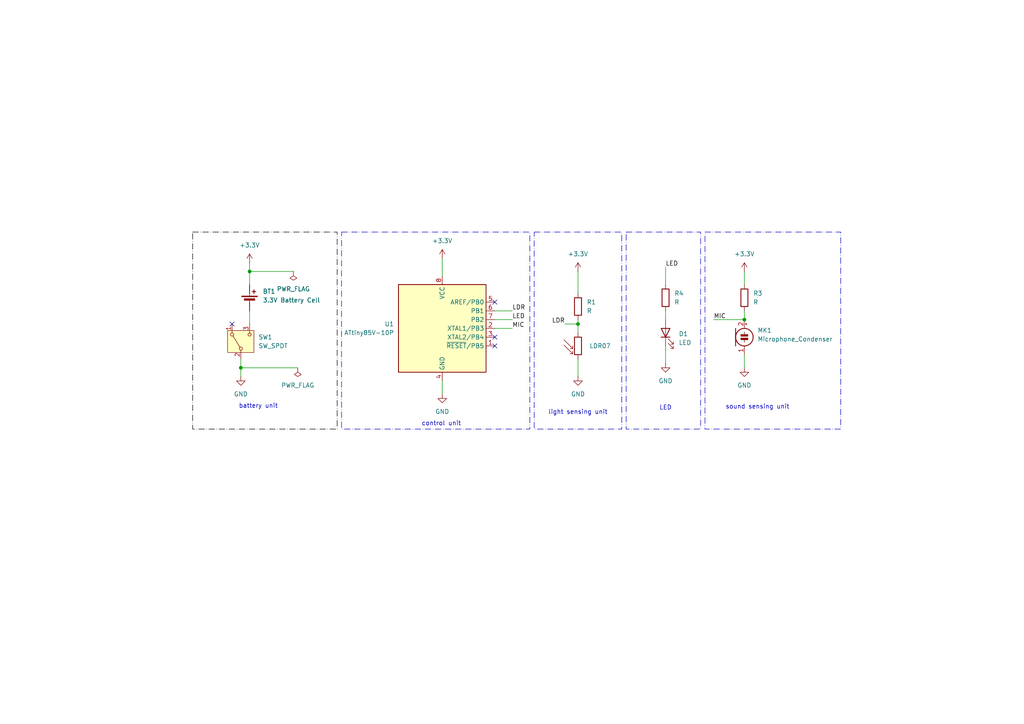
<source format=kicad_sch>
(kicad_sch (version 20231120) (generator "eeschema") (generator_version "8.0")
  (paper "A4")
  (lib_symbols
    (symbol "Device:Battery_Cell" (pin_numbers hide) (pin_names (offset 0) hide)
      (property "Reference" "BT" (at 2.54 2.54 0))
      (property "Value" "Battery_Cell" (at 2.54 0 0))
      (symbol "Battery_Cell_0_1"
        (rectangle (start -2.286 1.778) (end 2.286 1.524) (fill (type outline)))
        (rectangle (start -1.524 1.016) (end 1.524 0.508) (fill (type outline)))
        (polyline (pts (xy 0 0.762) (xy 0 0)))
        (polyline (pts (xy 0 1.778) (xy 0 2.54)))
        (polyline (pts (xy 0.762 3.048) (xy 1.778 3.048)) (stroke (width 0.254)))
        (polyline (pts (xy 1.27 3.556) (xy 1.27 2.54)) (stroke (width 0.254)))
      )
      (symbol "Battery_Cell_1_1"
        (pin passive line (at 0 5.08 270) (length 2.54) (name "+") (number "1"))
        (pin passive line (at 0 -2.54 90) (length 2.54) (name "-") (number "2"))
      )
    )
    (symbol "Device:LED" (pin_numbers hide) (pin_names (offset 1.016) hide)
      (property "Reference" "D" (at 0 2.54 0))
      (property "Value" "LED" (at 0 -2.54 0))
      (symbol "LED_0_1"
        (polyline (pts (xy -1.27 -1.27) (xy -1.27 1.27)) (stroke (width 0.254)))
        (polyline (pts (xy -1.27 0) (xy 1.27 0)))
        (polyline (pts (xy 1.27 -1.27) (xy 1.27 1.27) (xy -1.27 0) (xy 1.27 -1.27)) (stroke (width 0.254)))
        (polyline (pts (xy -3.048 -0.762) (xy -4.572 -2.286) (xy -3.81 -2.286) (xy -4.572 -2.286) (xy -4.572 -1.524)))
        (polyline (pts (xy -1.778 -0.762) (xy -3.302 -2.286) (xy -2.54 -2.286) (xy -3.302 -2.286) (xy -3.302 -1.524)))
      )
      (symbol "LED_1_1"
        (pin passive line (at -3.81 0 0) (length 2.54) (name "K") (number "1"))
        (pin passive line (at 3.81 0 180) (length 2.54) (name "A") (number "2"))
      )
    )
    (symbol "Device:Microphone_Condenser" (pin_names (offset 0.0254) hide)
      (property "Reference" "MK" (at -3.302 1.27 0))
      (property "Value" "Microphone_Condenser" (at -3.302 -0.635 0))
      (symbol "Microphone_Condenser_0_1"
        (polyline (pts (xy -2.54 2.54) (xy -2.54 -2.54)) (stroke (width 0.254)))
        (polyline (pts (xy 0 -0.762) (xy 0 -1.524)))
        (polyline (pts (xy 0 0.762) (xy 0 1.524)))
        (polyline (pts (xy 0.254 3.81) (xy 0.762 3.81)))
        (polyline (pts (xy 0.508 4.064) (xy 0.508 3.556)))
        (circle (center 0 0) (radius 2.54) (stroke (width 0.254)))
        (rectangle (start 1.016 -0.254) (end -1.016 -0.762) (fill (type outline)))
        (rectangle (start 1.016 0.762) (end -1.016 0.254) (fill (type outline)))
      )
      (symbol "Microphone_Condenser_1_1"
        (pin passive line (at 0 -5.08 90) (length 2.54) (name "-") (number "1"))
        (pin passive line (at 0 5.08 270) (length 2.54) (name "+") (number "2"))
      )
    )
    (symbol "Device:R" (pin_numbers hide) (pin_names (offset 0))
      (property "Reference" "R" (at 2.032 0 90))
      (property "Value" "R" (at 0 0 90))
      (symbol "R_0_1"
        (rectangle (start -1.016 -2.54) (end 1.016 2.54) (stroke (width 0.254)))
      )
      (symbol "R_1_1"
        (pin passive line (at 0 3.81 270) (length 1.27) (name "~") (number "1"))
        (pin passive line (at 0 -3.81 90) (length 1.27) (name "~") (number "2"))
      )
    )
    (symbol "MCU_Microchip_ATtiny:ATtiny85V-10P"
      (property "Reference" "U" (at -12.7 13.97 0))
      (property "Value" "ATtiny85V-10P" (at 2.54 -13.97 0))
      (symbol "ATtiny85V-10P_0_1"
        (rectangle (start -12.7 -12.7) (end 12.7 12.7) (stroke (width 0.254)) (fill (type background)))
      )
      (symbol "ATtiny85V-10P_1_1"
        (pin bidirectional line (at 15.24 -5.08 180) (length 2.54) (name "~{RESET}/PB5") (number "1"))
        (pin bidirectional line (at 15.24 0 180) (length 2.54) (name "XTAL1/PB3") (number "2"))
        (pin bidirectional line (at 15.24 -2.54 180) (length 2.54) (name "XTAL2/PB4") (number "3"))
        (pin power_in line (at 0 -15.24 90) (length 2.54) (name "GND") (number "4"))
        (pin bidirectional line (at 15.24 7.62 180) (length 2.54) (name "AREF/PB0") (number "5"))
        (pin bidirectional line (at 15.24 5.08 180) (length 2.54) (name "PB1") (number "6"))
        (pin bidirectional line (at 15.24 2.54 180) (length 2.54) (name "PB2") (number "7"))
        (pin power_in line (at 0 15.24 270) (length 2.54) (name "VCC") (number "8"))
      )
    )
    (symbol "Sensor_Optical:LDR07" (pin_numbers hide) (pin_names (offset 0))
      (property "Reference" "R" (at -5.08 0 90))
      (property "Value" "LDR07" (at 1.905 0 90))
      (symbol "LDR07_0_1"
        (rectangle (start -1.016 2.54) (end 1.016 -2.54) (stroke (width 0.254)))
        (polyline (pts (xy -1.524 -2.286) (xy -4.064 0.254)))
        (polyline (pts (xy -1.524 -2.286) (xy -2.286 -2.286)))
        (polyline (pts (xy -1.524 -2.286) (xy -1.524 -1.524)))
        (polyline (pts (xy -1.524 -0.762) (xy -4.064 1.778)))
        (polyline (pts (xy -1.524 -0.762) (xy -2.286 -0.762)))
        (polyline (pts (xy -1.524 -0.762) (xy -1.524 0)))
      )
      (symbol "LDR07_1_1"
        (pin passive line (at 0 3.81 270) (length 1.27) (name "~") (number "1"))
        (pin passive line (at 0 -3.81 90) (length 1.27) (name "~") (number "2"))
      )
    )
    (symbol "Switch:SW_SPDT" (pin_names (offset 0) hide)
      (property "Reference" "SW" (at 0 5.08 0))
      (property "Value" "SW_SPDT" (at 0 -5.08 0))
      (symbol "SW_SPDT_0_1"
        (circle (center -2.032 0) (radius 0.4572))
        (polyline (pts (xy -1.651 0.254) (xy 1.651 2.286)))
        (circle (center 2.032 -2.54) (radius 0.4572))
        (circle (center 2.032 2.54) (radius 0.4572))
      )
      (symbol "SW_SPDT_1_1"
        (rectangle (start -3.175 3.81) (end 3.175 -3.81) (fill (type background)))
        (pin passive line (at 5.08 2.54 180) (length 2.54) (name "A") (number "1"))
        (pin passive line (at -5.08 0 0) (length 2.54) (name "B") (number "2"))
        (pin passive line (at 5.08 -2.54 180) (length 2.54) (name "C") (number "3"))
      )
    )
    (symbol "power:+3.3V" (power) (pin_numbers hide) (pin_names (offset 0) hide)
      (property "Value" "+3.3V" (at 0 3.556 0))
      (symbol "+3.3V_0_1"
        (polyline (pts (xy -0.762 1.27) (xy 0 2.54)))
        (polyline (pts (xy 0 0) (xy 0 2.54)))
        (polyline (pts (xy 0 2.54) (xy 0.762 1.27)))
      )
      (symbol "+3.3V_1_1"
        (pin power_in line (at 0 0 90) (length 0) (name "~") (number "1"))
      )
    )
    (symbol "power:GND" (power) (pin_numbers hide) (pin_names (offset 0) hide)
      (property "Value" "GND" (at 0 -3.81 0))
      (symbol "GND_0_1"
        (polyline (pts (xy 0 0) (xy 0 -1.27) (xy 1.27 -1.27) (xy 0 -2.54) (xy -1.27 -1.27) (xy 0 -1.27)))
      )
      (symbol "GND_1_1"
        (pin power_in line (at 0 0 270) (length 0) (name "~") (number "1"))
      )
    )
    (symbol "power:PWR_FLAG" (power) (pin_numbers hide) (pin_names (offset 0) hide)
      (property "Value" "PWR_FLAG" (at 0 3.81 0))
      (symbol "PWR_FLAG_0_0"
        (pin power_out line (at 0 0 90) (length 0) (name "~") (number "1"))
      )
      (symbol "PWR_FLAG_0_1"
        (polyline (pts (xy 0 0) (xy 0 1.27) (xy -1.016 1.905) (xy 0 2.54) (xy 1.016 1.905) (xy 0 1.27)))
      )
    )
  )
  (junction (at 167.64 93.98))
  (junction (at 72.39 78.74))
  (junction (at 215.9 92.71))
  (junction (at 69.85 106.68))
  (no_connect (at 67.31 93.98))
  (no_connect (at 143.51 87.63))
  (no_connect (at 143.51 100.33))
  (no_connect (at 143.51 97.79))
  (wire (pts (xy 69.85 106.68) (xy 86.36 106.68)))
  (wire (pts (xy 163.83 93.98) (xy 167.64 93.98)))
  (wire (pts (xy 143.51 95.25) (xy 148.59 95.25)))
  (wire (pts (xy 143.51 92.71) (xy 148.59 92.71)))
  (wire (pts (xy 207.01 92.71) (xy 215.9 92.71)))
  (wire (pts (xy 215.9 90.17) (xy 215.9 92.71)))
  (wire (pts (xy 193.04 77.47) (xy 193.04 82.55)))
  (wire (pts (xy 167.64 78.74) (xy 167.64 85.09)))
  (wire (pts (xy 193.04 100.33) (xy 193.04 105.41)))
  (wire (pts (xy 69.85 104.14) (xy 69.85 106.68)))
  (wire (pts (xy 215.9 102.87) (xy 215.9 106.68)))
  (wire (pts (xy 72.39 78.74) (xy 85.09 78.74)))
  (wire (pts (xy 69.85 106.68) (xy 69.85 109.22)))
  (wire (pts (xy 148.59 90.17) (xy 143.51 90.17)))
  (wire (pts (xy 72.39 78.74) (xy 72.39 82.55)))
  (wire (pts (xy 128.27 110.49) (xy 128.27 114.3)))
  (wire (pts (xy 128.27 74.93) (xy 128.27 80.01)))
  (wire (pts (xy 72.39 76.2) (xy 72.39 78.74)))
  (wire (pts (xy 72.39 90.17) (xy 72.39 93.98)))
  (wire (pts (xy 215.9 78.74) (xy 215.9 82.55)))
  (wire (pts (xy 167.64 93.98) (xy 167.64 96.52)))
  (wire (pts (xy 193.04 90.17) (xy 193.04 92.71)))
  (wire (pts (xy 167.64 92.71) (xy 167.64 93.98)))
  (wire (pts (xy 167.64 104.14) (xy 167.64 109.22)))
  (rectangle (start 99.06 67.31) (end 153.67 124.46) (stroke (width 0) (type dash_dot)))
  (rectangle (start 154.94 67.31) (end 180.34 124.46) (stroke (width 0) (type dash_dot)))
  (rectangle (start 204.47 67.31) (end 243.84 124.46) (stroke (width 0) (type dash_dot)))
  (rectangle (start 181.61 67.31) (end 203.2 124.46) (stroke (width 0) (type dash_dot)))
  (rectangle (start 55.88 67.31) (end 97.79 124.46) (stroke (width 0) (type dash_dot) (color 2 0 0 1)))
  (text "sound sensing unit\n\n\n\n" (at 219.71 121.158 0) (effects (font (size 1.27 1.27))))
  (text "battery unit\n" (at 74.93 117.856 0) (effects (font (size 1.27 1.27))))
  (text "control unit\n" (at 128.016 122.936 0) (effects (font (size 1.27 1.27))))
  (text "light sensing unit\n" (at 167.64 119.634 0) (effects (font (size 1.27 1.27))))
  (text "\nLED\n" (at 193.04 117.348 0) (effects (font (size 1.27 1.27))))
  (label "LED" (at 193.04 77.47 0))
  (label "LDR" (at 148.59 90.17 0))
  (label "MIC" (at 148.59 95.25 0))
  (label "MIC" (at 207.01 92.71 0))
  (label "LDR" (at 163.83 93.98 180))
  (label "LED" (at 148.59 92.71 0))
  (symbol (lib_id "Switch:SW_SPDT") (at 69.85 99.06 90) (unit 1)
    (property "Reference" "SW1" (at 74.93 97.7899 90) (effects (justify right)))
    (property "Value" "SW_SPDT" (at 74.93 100.3299 90) (effects (justify right)))
    (property "Description" "Switch, single pole double throw" (effects (hide yes)))
  )
  (symbol (lib_id "power:GND") (at 215.9 106.68 0) (unit 1)
    (property "Reference" "#PWR08" (effects (hide yes)))
    (property "Value" "GND" (at 215.9 111.76 0))
    (property "Description" "Power symbol creates a global label with name \"GND\" , ground" (effects (hide yes)))
  )
  (symbol (lib_id "power:+3.3V") (at 167.64 78.74 0) (unit 1)
    (property "Reference" "#PWR05" (effects (hide yes)))
    (property "Value" "+3.3V" (at 167.64 73.66 0))
    (property "Description" "Power symbol creates a global label with name \"+3.3V\"" (effects (hide yes)))
  )
  (symbol (lib_id "power:GND") (at 167.64 109.22 0) (unit 1)
    (property "Reference" "#PWR06" (effects (hide yes)))
    (property "Value" "GND" (at 167.64 114.3 0))
    (property "Description" "Power symbol creates a global label with name \"GND\" , ground" (effects (hide yes)))
  )
  (symbol (lib_id "power:GND") (at 128.27 114.3 0) (unit 1)
    (property "Reference" "#PWR04" (effects (hide yes)))
    (property "Value" "GND" (at 128.27 119.38 0))
    (property "Description" "Power symbol creates a global label with name \"GND\" , ground" (effects (hide yes)))
  )
  (symbol (lib_id "power:+3.3V") (at 128.27 74.93 0) (unit 1)
    (property "Reference" "#PWR03" (effects (hide yes)))
    (property "Value" "+3.3V" (at 128.27 69.85 0))
    (property "Description" "Power symbol creates a global label with name \"+3.3V\"" (effects (hide yes)))
  )
  (symbol (lib_id "power:PWR_FLAG") (at 85.09 78.74 180) (unit 1)
    (property "Reference" "#FLG01" (effects (hide yes)))
    (property "Value" "PWR_FLAG" (at 85.09 83.82 0))
    (property "Description" "Special symbol for telling ERC where power comes from" (effects (hide yes)))
  )
  (symbol (lib_id "power:GND") (at 69.85 109.22 0) (unit 1)
    (property "Reference" "#PWR01" (effects (hide yes)))
    (property "Value" "GND" (at 69.85 114.3 0))
    (property "Description" "Power symbol creates a global label with name \"GND\" , ground" (effects (hide yes)))
  )
  (symbol (lib_id "Device:R") (at 215.9 86.36 0) (unit 1)
    (property "Reference" "R3" (at 218.44 85.0899 0) (effects (justify left)))
    (property "Value" "R" (at 218.44 87.6299 0) (effects (justify left)))
    (property "Description" "Resistor" (effects (hide yes)))
  )
  (symbol (lib_id "power:+3.3V") (at 215.9 78.74 0) (unit 1)
    (property "Reference" "#PWR07" (effects (hide yes)))
    (property "Value" "+3.3V" (at 215.9 73.66 0))
    (property "Description" "Power symbol creates a global label with name \"+3.3V\"" (effects (hide yes)))
  )
  (symbol (lib_id "Device:R") (at 167.64 88.9 0) (unit 1)
    (property "Reference" "R1" (at 170.18 87.6299 0) (effects (justify left)))
    (property "Value" "R" (at 170.18 90.1699 0) (effects (justify left)))
    (property "Description" "Resistor" (effects (hide yes)))
  )
  (symbol (lib_id "power:+3.3V") (at 72.39 76.2 0) (unit 1)
    (property "Reference" "#PWR02" (effects (hide yes)))
    (property "Value" "+3.3V" (at 72.39 71.12 0))
    (property "Description" "Power symbol creates a global label with name \"+3.3V\"" (effects (hide yes)))
  )
  (symbol (lib_id "power:PWR_FLAG") (at 86.36 106.68 180) (unit 1)
    (property "Reference" "#FLG02" (effects (hide yes)))
    (property "Value" "PWR_FLAG" (at 86.36 111.76 0))
    (property "Description" "Special symbol for telling ERC where power comes from" (effects (hide yes)))
  )
  (symbol (lib_id "Device:LED") (at 193.04 96.52 90) (unit 1)
    (property "Reference" "D1" (at 196.85 96.8374 90) (effects (justify right)))
    (property "Value" "LED" (at 196.85 99.3774 90) (effects (justify right)))
    (property "Description" "Light emitting diode" (effects (hide yes)))
  )
  (symbol (lib_id "power:GND") (at 193.04 105.41 0) (unit 1)
    (property "Reference" "#PWR09" (effects (hide yes)))
    (property "Value" "GND" (at 193.04 110.49 0))
    (property "Description" "Power symbol creates a global label with name \"GND\" , ground" (effects (hide yes)))
  )
  (symbol (lib_id "Device:Battery_Cell") (at 72.39 87.63 0) (unit 1)
    (property "Reference" "BT1" (at 76.2 84.5184 0) (effects (justify left)))
    (property "Value" "3.3V Battery Cell" (at 76.2 87.0584 0) (effects (justify left)))
    (property "Description" "Single-cell battery" (effects (hide yes)))
  )
  (symbol (lib_id "Sensor_Optical:LDR07") (at 167.64 100.33 0) (unit 1)
    (property "Reference" "R2" (effects (hide yes)))
    (property "Value" "LDR07" (at 170.942 100.33 0) (effects (justify left)))
    (property "Footprint" "OptoDevice:R_LDR_5.1x4.3mm_P3.4mm_Vertical" (effects (hide yes)))
    (property "Datasheet" "http://www.tme.eu/de/Document/f2e3ad76a925811312d226c31da4cd7e/LDR07.pdf" (effects (hide yes)))
    (property "Description" "light dependent resistor" (effects (hide yes)))
  )
  (symbol (lib_id "Device:Microphone_Condenser") (at 215.9 97.79 0) (unit 1)
    (property "Reference" "MK1" (at 219.71 95.8214 0) (effects (justify left)))
    (property "Value" "Microphone_Condenser" (at 219.71 98.3614 0) (effects (justify left)))
    (property "Description" "Condenser microphone" (effects (hide yes)))
  )
  (symbol (lib_id "Device:R") (at 193.04 86.36 0) (unit 1)
    (property "Reference" "R4" (at 195.58 85.0899 0) (effects (justify left)))
    (property "Value" "R" (at 195.58 87.6299 0) (effects (justify left)))
    (property "Description" "Resistor" (effects (hide yes)))
  )
  (symbol (lib_id "MCU_Microchip_ATtiny:ATtiny85V-10P") (at 128.27 95.25 0) (unit 1)
    (property "Reference" "U1" (at 114.3 93.9799 0) (effects (justify right)))
    (property "Value" "ATtiny85V-10P" (at 114.3 96.5199 0) (effects (justify right)))
    (property "Footprint" "Package_DIP:DIP-8_W7.62mm" (effects (hide yes)))
    (property "Datasheet" "http://ww1.microchip.com/downloads/en/DeviceDoc/atmel-2586-avr-8-bit-microcontroller-attiny25-attiny45-attiny85_datasheet.pdf" (effects (hide yes)))
    (property "Description" "10MHz, 8kB Flash, 512B SRAM, 512B EEPROM, debugWIRE, DIP-8" (effects (hide yes)))
  )
)
</source>
